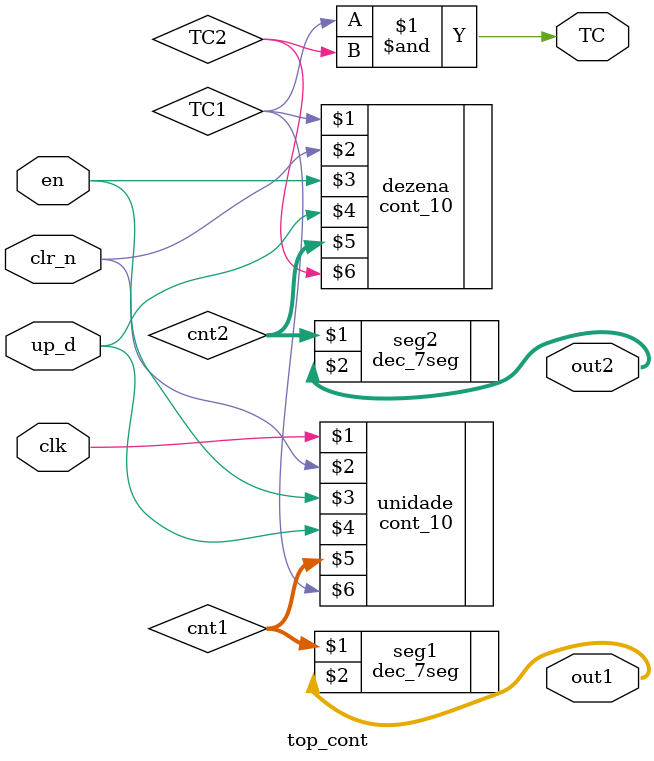
<source format=v>
module top_cont (input clk, clr_n, en, up_d,
					  output  [6:0]  out1,out2,
					  output  TC );
	
	wire [3:0] cnt1,cnt2;
	wire TC1,TC2;
	
	assign TC = TC1 & TC2;
	
	cont_10 unidade (clk, clr_n, en, up_d, cnt1, TC1 );
	
	cont_10 dezena (TC1, clr_n, en, up_d, cnt2, TC2 );
	
	dec_7seg seg1 (cnt1, out1 );
	
	dec_7seg seg2 (cnt2, out2 );


	 /*en sw0
		up_d sw1 
		clr_n sw2
		clk butao
		TC ledr0
	 */

endmodule

</source>
